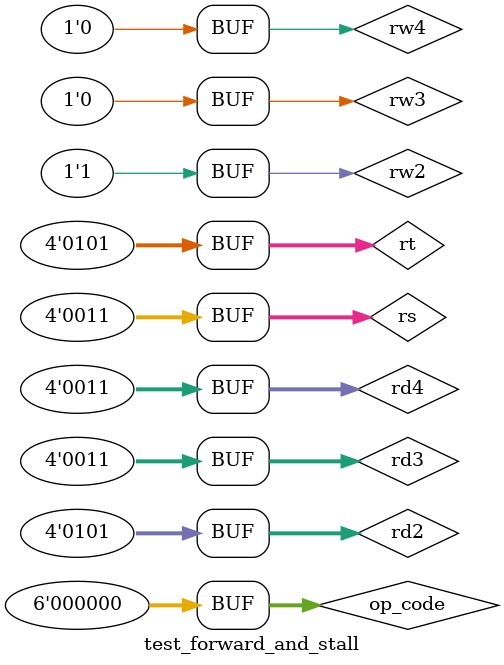
<source format=v>
module forward_and_stall(rs, rd2, rd3, rd4, rt, rw2, rw3, rw4, op_code, stall, fwb, fwa);
	input [3:0] rs, rd2, rd3, rd4, rt;
	input rw2, rw3, rw4;
	input [5:0] op_code;
	
	output [1:0] fwa, fwb;
	output stall;
	
	wire null_wire;
	wire cmp_rs2, cmp_rs3, cmp_rs4, cmp_rt2, cmp_rt3, cmp_rt4;
	wire and_rs2, and_rs3, and_rs4, and_rt2, and_rt3, and_rt4;
	wire [1:0] rs_zero_buf, rs_one_buf, rs_two_buf, rs_three_buf;
	wire [1:0] rt_zero_buf, rt_one_buf, rt_two_buf, rt_three_buf;
	wire lw_op_code;

	// ===== CMP =====
	assign cmp_rs2 = (rs == rd2);
	assign cmp_rs3 = (rs == rd3);
	assign cmp_rs4 = (rs == rd4);
	
	assign cmp_rt2 = (rt == rd2);
	assign cmp_rt3 = (rt == rd3);
	assign cmp_rt4 = (rt == rd4);
	// ===== CMP =====
	
	// ===== AND =====
	assign and_rs2 = (cmp_rs2 & rw2);
	assign and_rs3 = (cmp_rs3 & rw3);
	assign and_rs4 = (cmp_rs4 & rw4);
	
	assign and_rt2 = (cmp_rt2 & rw2);
	assign and_rt3 = (cmp_rt3 & rw3);
	assign and_rt4 = (cmp_rt4 & rw4);
	// ===== AND =====
	
	// ===== BUF =====
	assign rs_zero_buf = (~(and_rs2 | and_rs3 | and_rs4)) ? 2'b00 : 2'b00;
	assign rs_one_buf = (and_rs2) ? 2'b01 : 2'b00;
	assign rs_two_buf = (~and_rs2 & and_rs3) ? 2'b10 : 2'b00;
	assign rs_three_buf = (~and_rs2 & ~and_rs3 & and_rs4) ? 2'b11 : 2'b00;
	
	assign rt_zero_buf = (~(and_rt2 | and_rt3 | and_rt4)) ? 2'b00 : 2'b00;
	assign rt_one_buf = (and_rt2) ? 2'b01 : 2'b00;
	assign rt_two_buf = (~and_rt2 & and_rt3) ? 2'b10 : 2'b00;
	assign rt_three_buf = (~and_rt2 & ~and_rt3 & and_rt4) ? 2'b11 : 2'b00;
	// ===== BUF =====
	
	// ===== FW =====
	assign fwa = rs_three_buf | rs_one_buf | rs_two_buf | rs_zero_buf;
	assign fwb = rt_three_buf | rt_one_buf | rt_two_buf | rt_zero_buf;
	// ===== FW =====
	
	assign lw_op_code = (op_code == 'd6);
	assign stall = (lw_op_code & and_rs2) | (lw_op_code & and_rt2);
		
endmodule

module test_forward_and_stall;
	wire [1:0] fwa, fwb; wire stall;
	
	reg [3:0] rs, rd2, rd3, rd4, rt;
	reg rw2, rw3, rw4;
	reg [5:0] op_code;
	
	forward_and_stall fas(rs, rd2, rd3, rd4, rt, rw2, rw3, rw4, op_code, stall, fwb, fwa);
	
	initial begin
		
		{rs, rd2, rd3, rd4, rt, rw2, rw3, rw4, op_code} = 0;
		
		#10	 // 10
		rw2 = 1; rw3 = 1; // fwa: 01, fwb: 01
		
		#10	 // 20
		rw2 = 0; // fwa: 10, fwb: 10  (rw3 is on)
		
		#10	 // 30
		rt = 4'b0010; // fwa: 10, fwb: 00
		
		#10	// 40
		rd3 = 4'b0010; // fwa: 00, fwb: 10
		
		#10	// 50
		rs = 4'd3; rt = 4'd5;
		rd2 = 4'd1; rd3 = 4'd2; rd4 = 4'd6;
		rw2 = 1; rw3 = 1; rw4 = 1; // fwa: 00, fwb: 00
		
		#10	// 60
		rs = 4'd6; rt = 4'd5;
		rd2 = 4'd1; rd3 = 4'd2; rd4 = 4'd6;
		rw2 = 1; rw3 = 1; rw4 = 1; // fwa: 11, fwb: 00
		
		#10	// 70
		rs = 4'd2; rt = 4'd5;
		rd2 = 4'd1; rd3 = 4'd2; rd4 = 4'd2;
		rw2 = 0; rw3 = 1; rw4 = 1; // fwa: 10, fwb: 00
		
		#10 // 80
		rs = 4'd1; rt = 4'd5;
		rd2 = 4'd1; rd3 = 4'd2; rd4 = 4'd1;
		rw2 = 1; rw3 = 0; rw4 = 1;	// fwa: 01, fwb: 00
		
		#10	// 90
		rs = 4'd0; rt = 4'd3;
		rd2 = 4'd1; rd3 = 4'd3; rd4 = 4'd4;
		rw2 = 1; rw3 = 1; rw4 = 0; // fwa: 00, fwb: 10
		
		#10	// 100
		rs = 4'd2; rt = 4'd4;
		rd2 = 4'd7; rd3 = 4'd2; rd4 = 4'd4;
		rw2 = 0; rw3 = 1; rw4 = 1; // fwa: 10, fwb: 11 
		
		#10
		rs = 4'd3; rt = 4'd5;
		rd2 = 4'd5; rd3 = 4'd3; rd4 = 4'd3;
		rw2 = 1; rw3 = 0; rw4 = 0; // fwa: 00, fwb: 01
		
	end
	
	initial begin
		
		$monitor("Time: %d Rs: %d, Rt: %d, Rd2: %d, Rd3: %d, Rd4: %d, {Rw2, Rw3, Rw4}: %b\n FWA: %b, FWB: %b \n", $time, rs, rd2, rd3, rd4, rt, {rw2, rw3, rw4}, fwa, fwb);  
	
	end
	
endmodule
</source>
